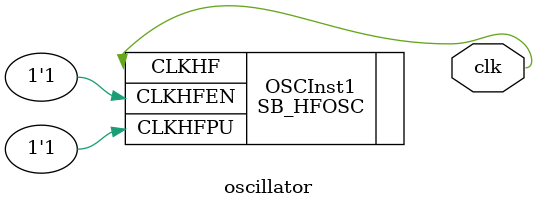
<source format=sv>
module oscillator (
    output clk
);

  // Internal Clock
  SB_HFOSC #(
      .CLKHF_DIV("0b01")
  ) OSCInst1 (
      // Enable low speed clock output
      .CLKHFEN(1'b1),
      // Power up the oscillator
      .CLKHFPU(1'b1),
      // Oscillator Clock Output
      .CLKHF  (clk)
  );

endmodule

</source>
